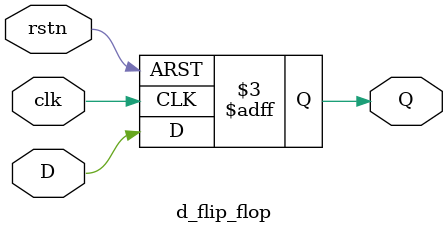
<source format=sv>
module d_flip_flop (
    input  logic clk,  
    input  logic rstn, 
    input  logic D,    
    output logic Q     
);

    always @(posedge clk or negedge rstn) begin
        if (!rstn) begin
            Q <= 1'b0; 
        end else begin
            Q <= D;    
        end
    end

endmodule
</source>
